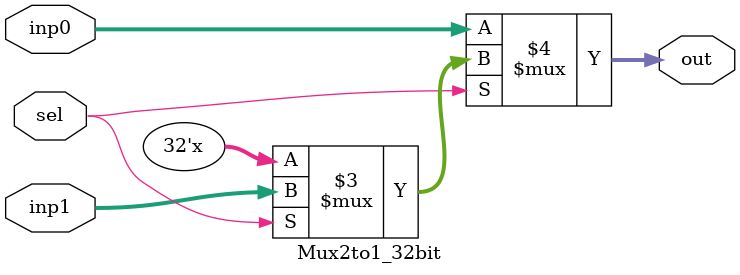
<source format=v>
module Mux2to1_32bit(inp0, inp1, sel, out);
input [31:0] inp0;
input [31:0] inp1;
input sel;
output [31:0] out;

	assign out = (sel == 1'b0)? inp0:
			(sel == 1'b1)? inp1:
			32'bz;
	
endmodule

</source>
